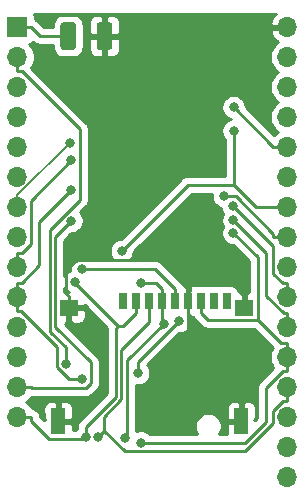
<source format=gbr>
%TF.GenerationSoftware,KiCad,Pcbnew,(5.1.10)-1*%
%TF.CreationDate,2021-07-24T14:48:27+02:00*%
%TF.ProjectId,esp32,65737033-322e-46b6-9963-61645f706362,rev?*%
%TF.SameCoordinates,Original*%
%TF.FileFunction,Copper,L2,Bot*%
%TF.FilePolarity,Positive*%
%FSLAX46Y46*%
G04 Gerber Fmt 4.6, Leading zero omitted, Abs format (unit mm)*
G04 Created by KiCad (PCBNEW (5.1.10)-1) date 2021-07-24 14:48:27*
%MOMM*%
%LPD*%
G01*
G04 APERTURE LIST*
%TA.AperFunction,SMDPad,CuDef*%
%ADD10R,1.600000X1.400000*%
%TD*%
%TA.AperFunction,SMDPad,CuDef*%
%ADD11R,1.200000X2.200000*%
%TD*%
%TA.AperFunction,SMDPad,CuDef*%
%ADD12R,0.700000X1.400000*%
%TD*%
%TA.AperFunction,ComponentPad*%
%ADD13R,1.700000X1.700000*%
%TD*%
%TA.AperFunction,ComponentPad*%
%ADD14O,1.700000X1.700000*%
%TD*%
%TA.AperFunction,ViaPad*%
%ADD15C,0.800000*%
%TD*%
%TA.AperFunction,Conductor*%
%ADD16C,0.200000*%
%TD*%
%TA.AperFunction,Conductor*%
%ADD17C,0.250000*%
%TD*%
%TA.AperFunction,Conductor*%
%ADD18C,0.254000*%
%TD*%
%TA.AperFunction,Conductor*%
%ADD19C,0.100000*%
%TD*%
G04 APERTURE END LIST*
D10*
%TO.P,J1,11*%
%TO.N,GND*%
X105565000Y-89822000D03*
D11*
X105315000Y-99422000D03*
X89815000Y-99422000D03*
D10*
X90715000Y-89822000D03*
D12*
%TO.P,J1,10*%
%TO.N,Net-(J1-Pad10)*%
X104115000Y-89222000D03*
%TO.P,J1,8*%
%TO.N,Net-(J1-Pad8)*%
X103015000Y-89222000D03*
%TO.P,J1,7*%
%TO.N,SD_DAT0*%
X101915000Y-89222000D03*
%TO.P,J1,6*%
%TO.N,GND*%
X100815000Y-89222000D03*
%TO.P,J1,5*%
%TO.N,SD_CLK*%
X99715000Y-89222000D03*
%TO.P,J1,4*%
%TO.N,+3V3*%
X98615000Y-89222000D03*
%TO.P,J1,3*%
%TO.N,SD_CMD*%
X97515000Y-89222000D03*
%TO.P,J1,2*%
%TO.N,SD_DAT3*%
X96415000Y-89222000D03*
%TO.P,J1,1*%
%TO.N,Net-(J1-Pad1)*%
X95315000Y-89222000D03*
%TD*%
D13*
%TO.P,J4,1*%
%TO.N,+3V3*%
X86360000Y-66040000D03*
D14*
%TO.P,J4,2*%
%TO.N,EN*%
X86360000Y-68580000D03*
%TO.P,J4,3*%
%TO.N,Net-(IC1-Pad4)*%
X86360000Y-71120000D03*
%TO.P,J4,4*%
%TO.N,Net-(IC1-Pad5)*%
X86360000Y-73660000D03*
%TO.P,J4,5*%
%TO.N,Net-(IC1-Pad6)*%
X86360000Y-76200000D03*
%TO.P,J4,6*%
%TO.N,Net-(IC1-Pad7)*%
X86360000Y-78740000D03*
%TO.P,J4,7*%
%TO.N,Net-(IC1-Pad8)*%
X86360000Y-81280000D03*
%TO.P,J4,8*%
%TO.N,Net-(IC1-Pad9)*%
X86360000Y-83820000D03*
%TO.P,J4,9*%
%TO.N,MCP_CS*%
X86360000Y-86360000D03*
%TO.P,J4,10*%
%TO.N,MCP_INT*%
X86360000Y-88900000D03*
%TO.P,J4,11*%
%TO.N,Net-(IC1-Pad12)*%
X86360000Y-91440000D03*
%TO.P,J4,12*%
%TO.N,SD_CLK*%
X86360000Y-93980000D03*
%TO.P,J4,13*%
%TO.N,Net-(IC1-Pad14)*%
X86360000Y-96520000D03*
%TO.P,J4,14*%
%TO.N,SD_DAT3*%
X86360000Y-99060000D03*
%TO.P,J4,15*%
%TO.N,CANH*%
X109220000Y-104140000D03*
%TO.P,J4,16*%
%TO.N,CANL*%
X109220000Y-101600000D03*
%TO.P,J4,17*%
%TO.N,Net-(J4-Pad17)*%
X109220000Y-99060000D03*
%TO.P,J4,18*%
%TO.N,SD_CMD*%
X109220000Y-96520000D03*
%TO.P,J4,19*%
%TO.N,SD_DAT0*%
X109220000Y-93980000D03*
%TO.P,J4,20*%
%TO.N,IO0*%
X109220000Y-91440000D03*
%TO.P,J4,21*%
%TO.N,Net-(IC1-Pad26)*%
X109220000Y-88900000D03*
%TO.P,J4,22*%
%TO.N,Net-(IC1-Pad29)*%
X109220000Y-86360000D03*
%TO.P,J4,23*%
%TO.N,MCP_CLK*%
X109220000Y-83820000D03*
%TO.P,J4,24*%
%TO.N,MCP_MISO*%
X109220000Y-81280000D03*
%TO.P,J4,25*%
%TO.N,Net-(IC1-Pad33)*%
X109220000Y-78740000D03*
%TO.P,J4,26*%
%TO.N,RXD*%
X109220000Y-76200000D03*
%TO.P,J4,27*%
%TO.N,TXD*%
X109220000Y-73660000D03*
%TO.P,J4,28*%
%TO.N,Net-(IC1-Pad36)*%
X109220000Y-71120000D03*
%TO.P,J4,29*%
%TO.N,MCP_MOSI*%
X109220000Y-68580000D03*
%TO.P,J4,30*%
%TO.N,GND*%
X109220000Y-66040000D03*
%TD*%
%TO.P,C1,1*%
%TO.N,+3V3*%
%TA.AperFunction,SMDPad,CuDef*%
G36*
G01*
X90002000Y-67727001D02*
X90002000Y-65876999D01*
G75*
G02*
X90251999Y-65627000I249999J0D01*
G01*
X91077001Y-65627000D01*
G75*
G02*
X91327000Y-65876999I0J-249999D01*
G01*
X91327000Y-67727001D01*
G75*
G02*
X91077001Y-67977000I-249999J0D01*
G01*
X90251999Y-67977000D01*
G75*
G02*
X90002000Y-67727001I0J249999D01*
G01*
G37*
%TD.AperFunction*%
%TO.P,C1,2*%
%TO.N,GND*%
%TA.AperFunction,SMDPad,CuDef*%
G36*
G01*
X93077000Y-67727001D02*
X93077000Y-65876999D01*
G75*
G02*
X93326999Y-65627000I249999J0D01*
G01*
X94152001Y-65627000D01*
G75*
G02*
X94402000Y-65876999I0J-249999D01*
G01*
X94402000Y-67727001D01*
G75*
G02*
X94152001Y-67977000I-249999J0D01*
G01*
X93326999Y-67977000D01*
G75*
G02*
X93077000Y-67727001I0J249999D01*
G01*
G37*
%TD.AperFunction*%
%TD*%
D15*
%TO.N,Net-(IC1-Pad8)*%
X90801700Y-75847100D03*
%TO.N,Net-(IC1-Pad14)*%
X90948300Y-82443100D03*
%TO.N,Net-(IC1-Pad26)*%
X104635100Y-81192000D03*
%TO.N,+3V3*%
X95467700Y-100847600D03*
X98750000Y-91182600D03*
X96840200Y-87709800D03*
%TO.N,GND*%
X103035400Y-95563200D03*
X91017700Y-83807900D03*
X95872500Y-71065000D03*
X97707500Y-71065000D03*
X95872500Y-72900000D03*
X97707500Y-72900000D03*
X97707500Y-74735000D03*
X95872500Y-74735000D03*
X94955000Y-71982500D03*
X94955000Y-73817500D03*
X96790000Y-71982500D03*
X96790000Y-73817500D03*
X98625000Y-71982500D03*
X98625000Y-73817500D03*
%TO.N,SD_CLK*%
X91839900Y-86518100D03*
%TO.N,SD_DAT0*%
X96830300Y-101229600D03*
X104664900Y-83479800D03*
%TO.N,SD_CMD*%
X93195500Y-100728800D03*
%TO.N,SD_DAT3*%
X91250400Y-87606200D03*
X92136000Y-100755900D03*
%TO.N,MCP_CS*%
X90936200Y-77322100D03*
%TO.N,MCP_INT*%
X91845800Y-95855800D03*
X90904400Y-79875100D03*
%TO.N,MCP_CLK*%
X103843500Y-80331100D03*
%TO.N,MCP_MISO*%
X95202400Y-84975800D03*
X104675300Y-74829800D03*
%TO.N,Net-(U1-Pad2)*%
X100048900Y-90935400D03*
X96581200Y-95344100D03*
%TO.N,EN*%
X90461900Y-94551200D03*
%TO.N,IO0*%
X104660100Y-82385900D03*
%TO.N,RXD*%
X104666500Y-72821800D03*
%TD*%
D16*
%TO.N,Net-(IC1-Pad8)*%
X86360000Y-80205000D02*
X86443800Y-80205000D01*
X86443800Y-80205000D02*
X90801700Y-75847100D01*
X86360000Y-81280000D02*
X86360000Y-80205000D01*
D17*
%TO.N,Net-(IC1-Pad14)*%
X90948300Y-82443100D02*
X89589700Y-83801700D01*
X89589700Y-83801700D02*
X89589700Y-91425700D01*
X89589700Y-91425700D02*
X92589700Y-94425700D01*
X92589700Y-94425700D02*
X92589700Y-96192400D01*
X92589700Y-96192400D02*
X92188300Y-96593800D01*
X92188300Y-96593800D02*
X87609100Y-96593800D01*
X87609100Y-96593800D02*
X87535300Y-96520000D01*
X86360000Y-96520000D02*
X87535300Y-96520000D01*
%TO.N,Net-(IC1-Pad26)*%
X109220000Y-88900000D02*
X109220000Y-87724700D01*
X104635100Y-81192000D02*
X108044700Y-84601600D01*
X108044700Y-84601600D02*
X108044700Y-86916800D01*
X108044700Y-86916800D02*
X108852600Y-87724700D01*
X108852600Y-87724700D02*
X109220000Y-87724700D01*
%TO.N,+3V3*%
X96840200Y-87709800D02*
X98128100Y-87709800D01*
X98128100Y-87709800D02*
X98615000Y-88196700D01*
X98750000Y-91182600D02*
X95667900Y-94264700D01*
X95667900Y-94264700D02*
X95667900Y-100647400D01*
X95667900Y-100647400D02*
X95467700Y-100847600D01*
X98615000Y-90247300D02*
X98615000Y-91047600D01*
X98615000Y-91047600D02*
X98750000Y-91182600D01*
X98615000Y-89222000D02*
X98615000Y-88196700D01*
X98615000Y-89622000D02*
X98615000Y-89222000D01*
X98615000Y-89622000D02*
X98615000Y-90247300D01*
X86360000Y-66040000D02*
X87535300Y-66040000D01*
X90664500Y-66802000D02*
X88297300Y-66802000D01*
X88297300Y-66802000D02*
X87535300Y-66040000D01*
%TO.N,GND*%
X98364400Y-85746100D02*
X100815000Y-88196700D01*
X91017700Y-83807900D02*
X91017700Y-85379700D01*
X91017700Y-85379700D02*
X91384100Y-85746100D01*
X91384100Y-85746100D02*
X90525100Y-86605100D01*
X90525100Y-86605100D02*
X90525100Y-88606800D01*
X90525100Y-88606800D02*
X90715000Y-88796700D01*
X90715000Y-89822000D02*
X90715000Y-88796700D01*
X89815000Y-99422000D02*
X89815000Y-97996700D01*
X90715000Y-89822000D02*
X90715000Y-90847300D01*
X90715000Y-90847300D02*
X93047900Y-93180200D01*
X92473100Y-68068400D02*
X92473100Y-82352500D01*
X92473100Y-82352500D02*
X91017700Y-83807900D01*
X105565000Y-89822000D02*
X105565000Y-88796700D01*
X100815000Y-89222000D02*
X100815000Y-88196700D01*
X104965000Y-88196700D02*
X105565000Y-88796700D01*
X93739500Y-66802000D02*
X107282700Y-66802000D01*
X107282700Y-66802000D02*
X108044700Y-66040000D01*
X103035400Y-95563200D02*
X103035400Y-95717100D01*
X105315000Y-99422000D02*
X105315000Y-97996700D01*
X109220000Y-66040000D02*
X108044700Y-66040000D01*
X91384100Y-85746100D02*
X98364400Y-85746100D01*
X100815000Y-93342800D02*
X100815000Y-89222000D01*
%TO.N,SD_CLK*%
X99715000Y-89222000D02*
X99715000Y-88196700D01*
X91839900Y-86518100D02*
X98036400Y-86518100D01*
X98036400Y-86518100D02*
X99715000Y-88196700D01*
%TO.N,SD_DAT0*%
X109220000Y-93980000D02*
X109220000Y-95155300D01*
X96830300Y-101229600D02*
X105667700Y-101229600D01*
X105667700Y-101229600D02*
X107427600Y-99469700D01*
X107427600Y-99469700D02*
X107427600Y-96580400D01*
X107427600Y-96580400D02*
X108852700Y-95155300D01*
X108852700Y-95155300D02*
X109220000Y-95155300D01*
X106719300Y-90848600D02*
X106719300Y-85534200D01*
X106719300Y-85534200D02*
X104664900Y-83479800D01*
X109220000Y-92804700D02*
X108675400Y-92804700D01*
X108675400Y-92804700D02*
X106719300Y-90848600D01*
X106719300Y-90848600D02*
X102516300Y-90848600D01*
X102516300Y-90848600D02*
X101915000Y-90247300D01*
X101915000Y-89222000D02*
X101915000Y-90247300D01*
X109220000Y-93980000D02*
X109220000Y-92804700D01*
%TO.N,SD_CMD*%
X93195500Y-100728800D02*
X93706200Y-100218100D01*
X93706200Y-100218100D02*
X95444600Y-101956600D01*
X95444600Y-101956600D02*
X105647100Y-101956600D01*
X105647100Y-101956600D02*
X108044700Y-99559000D01*
X108044700Y-99559000D02*
X108044700Y-98503200D01*
X108044700Y-98503200D02*
X108852600Y-97695300D01*
X108852600Y-97695300D02*
X109220000Y-97695300D01*
X97515000Y-89222000D02*
X97515000Y-91007800D01*
X97515000Y-91007800D02*
X95168800Y-93354000D01*
X95168800Y-93354000D02*
X95168800Y-97534800D01*
X95168800Y-97534800D02*
X93677800Y-99025800D01*
X93677800Y-99025800D02*
X93677800Y-100189800D01*
X93677800Y-100189800D02*
X93706200Y-100218100D01*
X109220000Y-96520000D02*
X109220000Y-97695300D01*
%TO.N,SD_DAT3*%
X94927600Y-91380900D02*
X94718500Y-91590000D01*
X94718500Y-91590000D02*
X94718500Y-97348100D01*
X94718500Y-97348100D02*
X92136000Y-99930600D01*
X92136000Y-99930600D02*
X92136000Y-100755900D01*
X94927600Y-91380900D02*
X91250400Y-87703700D01*
X91250400Y-87703700D02*
X91250400Y-87606200D01*
X96415000Y-90247300D02*
X95281400Y-91380900D01*
X95281400Y-91380900D02*
X94927600Y-91380900D01*
X87535300Y-99060000D02*
X87535300Y-99353800D01*
X87535300Y-99353800D02*
X89069600Y-100888100D01*
X89069600Y-100888100D02*
X92003800Y-100888100D01*
X92003800Y-100888100D02*
X92136000Y-100755900D01*
X96415000Y-89222000D02*
X96415000Y-90247300D01*
X86360000Y-99060000D02*
X87535300Y-99060000D01*
%TO.N,MCP_CS*%
X86360000Y-85184700D02*
X86727400Y-85184700D01*
X86727400Y-85184700D02*
X87535300Y-84376800D01*
X87535300Y-84376800D02*
X87535300Y-80723000D01*
X87535300Y-80723000D02*
X90936200Y-77322100D01*
X86360000Y-86360000D02*
X86360000Y-85184700D01*
%TO.N,MCP_INT*%
X86360000Y-90075300D02*
X86710100Y-90075300D01*
X86710100Y-90075300D02*
X89736600Y-93101800D01*
X89736600Y-93101800D02*
X89736600Y-94851600D01*
X89736600Y-94851600D02*
X90740800Y-95855800D01*
X90740800Y-95855800D02*
X91845800Y-95855800D01*
X90904400Y-79875100D02*
X88238800Y-82540700D01*
X88238800Y-82540700D02*
X88238800Y-86213200D01*
X88238800Y-86213200D02*
X86727300Y-87724700D01*
X86727300Y-87724700D02*
X86360000Y-87724700D01*
X86360000Y-88900000D02*
X86360000Y-90075300D01*
X86360000Y-88900000D02*
X86360000Y-87724700D01*
%TO.N,MCP_CLK*%
X109220000Y-83820000D02*
X108044700Y-83820000D01*
X103843500Y-80331100D02*
X104837200Y-80331100D01*
X104837200Y-80331100D02*
X108044700Y-83538600D01*
X108044700Y-83538600D02*
X108044700Y-83820000D01*
%TO.N,MCP_MISO*%
X108044700Y-81280000D02*
X106572200Y-81280000D01*
X106572200Y-81280000D02*
X104675300Y-79383100D01*
X104675300Y-79383100D02*
X100795100Y-79383100D01*
X100795100Y-79383100D02*
X95202400Y-84975800D01*
X104675300Y-79383100D02*
X104675300Y-74829800D01*
X109220000Y-81280000D02*
X108044700Y-81280000D01*
%TO.N,Net-(U1-Pad2)*%
X100048900Y-90935400D02*
X96581200Y-94403100D01*
X96581200Y-94403100D02*
X96581200Y-95344100D01*
%TO.N,EN*%
X86360000Y-69755300D02*
X86727300Y-69755300D01*
X86727300Y-69755300D02*
X91676000Y-74704000D01*
X91676000Y-74704000D02*
X91676000Y-80643100D01*
X91676000Y-80643100D02*
X89139300Y-83179800D01*
X89139300Y-83179800D02*
X89139300Y-91841800D01*
X89139300Y-91841800D02*
X90461900Y-93164400D01*
X90461900Y-93164400D02*
X90461900Y-94551200D01*
X86360000Y-68580000D02*
X86360000Y-69755300D01*
%TO.N,IO0*%
X109220000Y-90264700D02*
X108903500Y-90264700D01*
X108903500Y-90264700D02*
X107427400Y-88788600D01*
X107427400Y-88788600D02*
X107427400Y-85153200D01*
X107427400Y-85153200D02*
X104660100Y-82385900D01*
X109220000Y-91440000D02*
X109220000Y-90264700D01*
%TO.N,RXD*%
X108044700Y-76200000D02*
X104666500Y-72821800D01*
X109220000Y-76200000D02*
X108044700Y-76200000D01*
%TD*%
D18*
%TO.N,GND*%
X101100750Y-90557000D02*
X101165000Y-90560072D01*
X101217654Y-90554886D01*
X101280026Y-90671576D01*
X101341044Y-90745926D01*
X101375000Y-90787301D01*
X101403998Y-90811099D01*
X101952500Y-91359602D01*
X101976299Y-91388601D01*
X102005297Y-91412399D01*
X102092024Y-91483574D01*
X102224053Y-91554146D01*
X102367314Y-91597603D01*
X102516300Y-91612277D01*
X102553633Y-91608600D01*
X106404499Y-91608600D01*
X107971492Y-93175594D01*
X107904010Y-93276589D01*
X107792068Y-93546842D01*
X107735000Y-93833740D01*
X107735000Y-94126260D01*
X107792068Y-94413158D01*
X107904010Y-94683411D01*
X108042509Y-94890689D01*
X106916598Y-96016601D01*
X106887600Y-96040399D01*
X106863802Y-96069397D01*
X106863801Y-96069398D01*
X106792626Y-96156124D01*
X106722054Y-96288154D01*
X106696093Y-96373740D01*
X106678598Y-96431414D01*
X106670309Y-96515574D01*
X106663924Y-96580400D01*
X106667601Y-96617732D01*
X106667600Y-99154897D01*
X106527499Y-99294998D01*
X106391252Y-99294998D01*
X106550000Y-99136250D01*
X106553072Y-98322000D01*
X106540812Y-98197518D01*
X106504502Y-98077820D01*
X106445537Y-97967506D01*
X106366185Y-97870815D01*
X106269494Y-97791463D01*
X106159180Y-97732498D01*
X106039482Y-97696188D01*
X105915000Y-97683928D01*
X105600750Y-97687000D01*
X105442000Y-97845750D01*
X105442000Y-99295000D01*
X105462000Y-99295000D01*
X105462000Y-99549000D01*
X105442000Y-99549000D01*
X105442000Y-99569000D01*
X105188000Y-99569000D01*
X105188000Y-99549000D01*
X104238750Y-99549000D01*
X104080000Y-99707750D01*
X104077126Y-100469600D01*
X103447340Y-100469600D01*
X103520824Y-100359624D01*
X103606383Y-100153067D01*
X103650000Y-99933788D01*
X103650000Y-99710212D01*
X103606383Y-99490933D01*
X103520824Y-99284376D01*
X103396612Y-99098480D01*
X103238520Y-98940388D01*
X103052624Y-98816176D01*
X102846067Y-98730617D01*
X102626788Y-98687000D01*
X102403212Y-98687000D01*
X102183933Y-98730617D01*
X101977376Y-98816176D01*
X101791480Y-98940388D01*
X101633388Y-99098480D01*
X101509176Y-99284376D01*
X101423617Y-99490933D01*
X101380000Y-99710212D01*
X101380000Y-99933788D01*
X101423617Y-100153067D01*
X101509176Y-100359624D01*
X101582660Y-100469600D01*
X97534011Y-100469600D01*
X97490074Y-100425663D01*
X97320556Y-100312395D01*
X97132198Y-100234374D01*
X96932239Y-100194600D01*
X96728361Y-100194600D01*
X96528402Y-100234374D01*
X96427900Y-100276004D01*
X96427900Y-98322000D01*
X104076928Y-98322000D01*
X104080000Y-99136250D01*
X104238750Y-99295000D01*
X105188000Y-99295000D01*
X105188000Y-97845750D01*
X105029250Y-97687000D01*
X104715000Y-97683928D01*
X104590518Y-97696188D01*
X104470820Y-97732498D01*
X104360506Y-97791463D01*
X104263815Y-97870815D01*
X104184463Y-97967506D01*
X104125498Y-98077820D01*
X104089188Y-98197518D01*
X104076928Y-98322000D01*
X96427900Y-98322000D01*
X96427900Y-96368884D01*
X96479261Y-96379100D01*
X96683139Y-96379100D01*
X96883098Y-96339326D01*
X97071456Y-96261305D01*
X97240974Y-96148037D01*
X97385137Y-96003874D01*
X97498405Y-95834356D01*
X97576426Y-95645998D01*
X97616200Y-95446039D01*
X97616200Y-95242161D01*
X97576426Y-95042202D01*
X97498405Y-94853844D01*
X97385137Y-94684326D01*
X97379956Y-94679145D01*
X100088702Y-91970400D01*
X100150839Y-91970400D01*
X100350798Y-91930626D01*
X100539156Y-91852605D01*
X100708674Y-91739337D01*
X100852837Y-91595174D01*
X100966105Y-91425656D01*
X101044126Y-91237298D01*
X101083900Y-91037339D01*
X101083900Y-90833461D01*
X101044126Y-90633502D01*
X100966105Y-90445144D01*
X100942002Y-90409071D01*
X100942002Y-90398252D01*
X101100750Y-90557000D01*
%TA.AperFunction,Conductor*%
D19*
G36*
X101100750Y-90557000D02*
G01*
X101165000Y-90560072D01*
X101217654Y-90554886D01*
X101280026Y-90671576D01*
X101341044Y-90745926D01*
X101375000Y-90787301D01*
X101403998Y-90811099D01*
X101952500Y-91359602D01*
X101976299Y-91388601D01*
X102005297Y-91412399D01*
X102092024Y-91483574D01*
X102224053Y-91554146D01*
X102367314Y-91597603D01*
X102516300Y-91612277D01*
X102553633Y-91608600D01*
X106404499Y-91608600D01*
X107971492Y-93175594D01*
X107904010Y-93276589D01*
X107792068Y-93546842D01*
X107735000Y-93833740D01*
X107735000Y-94126260D01*
X107792068Y-94413158D01*
X107904010Y-94683411D01*
X108042509Y-94890689D01*
X106916598Y-96016601D01*
X106887600Y-96040399D01*
X106863802Y-96069397D01*
X106863801Y-96069398D01*
X106792626Y-96156124D01*
X106722054Y-96288154D01*
X106696093Y-96373740D01*
X106678598Y-96431414D01*
X106670309Y-96515574D01*
X106663924Y-96580400D01*
X106667601Y-96617732D01*
X106667600Y-99154897D01*
X106527499Y-99294998D01*
X106391252Y-99294998D01*
X106550000Y-99136250D01*
X106553072Y-98322000D01*
X106540812Y-98197518D01*
X106504502Y-98077820D01*
X106445537Y-97967506D01*
X106366185Y-97870815D01*
X106269494Y-97791463D01*
X106159180Y-97732498D01*
X106039482Y-97696188D01*
X105915000Y-97683928D01*
X105600750Y-97687000D01*
X105442000Y-97845750D01*
X105442000Y-99295000D01*
X105462000Y-99295000D01*
X105462000Y-99549000D01*
X105442000Y-99549000D01*
X105442000Y-99569000D01*
X105188000Y-99569000D01*
X105188000Y-99549000D01*
X104238750Y-99549000D01*
X104080000Y-99707750D01*
X104077126Y-100469600D01*
X103447340Y-100469600D01*
X103520824Y-100359624D01*
X103606383Y-100153067D01*
X103650000Y-99933788D01*
X103650000Y-99710212D01*
X103606383Y-99490933D01*
X103520824Y-99284376D01*
X103396612Y-99098480D01*
X103238520Y-98940388D01*
X103052624Y-98816176D01*
X102846067Y-98730617D01*
X102626788Y-98687000D01*
X102403212Y-98687000D01*
X102183933Y-98730617D01*
X101977376Y-98816176D01*
X101791480Y-98940388D01*
X101633388Y-99098480D01*
X101509176Y-99284376D01*
X101423617Y-99490933D01*
X101380000Y-99710212D01*
X101380000Y-99933788D01*
X101423617Y-100153067D01*
X101509176Y-100359624D01*
X101582660Y-100469600D01*
X97534011Y-100469600D01*
X97490074Y-100425663D01*
X97320556Y-100312395D01*
X97132198Y-100234374D01*
X96932239Y-100194600D01*
X96728361Y-100194600D01*
X96528402Y-100234374D01*
X96427900Y-100276004D01*
X96427900Y-98322000D01*
X104076928Y-98322000D01*
X104080000Y-99136250D01*
X104238750Y-99295000D01*
X105188000Y-99295000D01*
X105188000Y-97845750D01*
X105029250Y-97687000D01*
X104715000Y-97683928D01*
X104590518Y-97696188D01*
X104470820Y-97732498D01*
X104360506Y-97791463D01*
X104263815Y-97870815D01*
X104184463Y-97967506D01*
X104125498Y-98077820D01*
X104089188Y-98197518D01*
X104076928Y-98322000D01*
X96427900Y-98322000D01*
X96427900Y-96368884D01*
X96479261Y-96379100D01*
X96683139Y-96379100D01*
X96883098Y-96339326D01*
X97071456Y-96261305D01*
X97240974Y-96148037D01*
X97385137Y-96003874D01*
X97498405Y-95834356D01*
X97576426Y-95645998D01*
X97616200Y-95446039D01*
X97616200Y-95242161D01*
X97576426Y-95042202D01*
X97498405Y-94853844D01*
X97385137Y-94684326D01*
X97379956Y-94679145D01*
X100088702Y-91970400D01*
X100150839Y-91970400D01*
X100350798Y-91930626D01*
X100539156Y-91852605D01*
X100708674Y-91739337D01*
X100852837Y-91595174D01*
X100966105Y-91425656D01*
X101044126Y-91237298D01*
X101083900Y-91037339D01*
X101083900Y-90833461D01*
X101044126Y-90633502D01*
X100966105Y-90445144D01*
X100942002Y-90409071D01*
X100942002Y-90398252D01*
X101100750Y-90557000D01*
G37*
%TD.AperFunction*%
D18*
X93964424Y-91492525D02*
X93958500Y-91552668D01*
X93958500Y-91552678D01*
X93954824Y-91590000D01*
X93958500Y-91627323D01*
X93958501Y-97033297D01*
X91625003Y-99366796D01*
X91595999Y-99390599D01*
X91547188Y-99450076D01*
X91501026Y-99506324D01*
X91452915Y-99596333D01*
X91430454Y-99638354D01*
X91386997Y-99781615D01*
X91376000Y-99893268D01*
X91376000Y-99893278D01*
X91372324Y-99930600D01*
X91376000Y-99967922D01*
X91376000Y-100052189D01*
X91332063Y-100096126D01*
X91310699Y-100128100D01*
X91051586Y-100128100D01*
X91050000Y-99707750D01*
X90891250Y-99549000D01*
X89942000Y-99549000D01*
X89942000Y-99569000D01*
X89688000Y-99569000D01*
X89688000Y-99549000D01*
X89668000Y-99549000D01*
X89668000Y-99295000D01*
X89688000Y-99295000D01*
X89688000Y-97845750D01*
X89942000Y-97845750D01*
X89942000Y-99295000D01*
X90891250Y-99295000D01*
X91050000Y-99136250D01*
X91053072Y-98322000D01*
X91040812Y-98197518D01*
X91004502Y-98077820D01*
X90945537Y-97967506D01*
X90866185Y-97870815D01*
X90769494Y-97791463D01*
X90659180Y-97732498D01*
X90539482Y-97696188D01*
X90415000Y-97683928D01*
X90100750Y-97687000D01*
X89942000Y-97845750D01*
X89688000Y-97845750D01*
X89529250Y-97687000D01*
X89215000Y-97683928D01*
X89090518Y-97696188D01*
X88970820Y-97732498D01*
X88860506Y-97791463D01*
X88763815Y-97870815D01*
X88684463Y-97967506D01*
X88625498Y-98077820D01*
X88589188Y-98197518D01*
X88576928Y-98322000D01*
X88580000Y-99136250D01*
X88738748Y-99294998D01*
X88580000Y-99294998D01*
X88580000Y-99323699D01*
X88297084Y-99040783D01*
X88284303Y-98911014D01*
X88240846Y-98767753D01*
X88170274Y-98635724D01*
X88075301Y-98519999D01*
X87959576Y-98425026D01*
X87827547Y-98354454D01*
X87684286Y-98310997D01*
X87642796Y-98306911D01*
X87513475Y-98113368D01*
X87306632Y-97906525D01*
X87132240Y-97790000D01*
X87306632Y-97673475D01*
X87513475Y-97466632D01*
X87587812Y-97355379D01*
X87609100Y-97357476D01*
X87646423Y-97353800D01*
X92150978Y-97353800D01*
X92188300Y-97357476D01*
X92225622Y-97353800D01*
X92225633Y-97353800D01*
X92337286Y-97342803D01*
X92480547Y-97299346D01*
X92612576Y-97228774D01*
X92728301Y-97133801D01*
X92752104Y-97104797D01*
X93100697Y-96756204D01*
X93129701Y-96732401D01*
X93224674Y-96616676D01*
X93295246Y-96484647D01*
X93338703Y-96341386D01*
X93349700Y-96229733D01*
X93349700Y-96229724D01*
X93353376Y-96192401D01*
X93349700Y-96155078D01*
X93349700Y-94463025D01*
X93353376Y-94425700D01*
X93349700Y-94388375D01*
X93349700Y-94388367D01*
X93338703Y-94276714D01*
X93295246Y-94133453D01*
X93224674Y-94001424D01*
X93129701Y-93885699D01*
X93100704Y-93861902D01*
X90396000Y-91157199D01*
X90429250Y-91157000D01*
X90588000Y-90998250D01*
X90588000Y-89949000D01*
X90842000Y-89949000D01*
X90842000Y-90998250D01*
X91000750Y-91157000D01*
X91515000Y-91160072D01*
X91639482Y-91147812D01*
X91759180Y-91111502D01*
X91869494Y-91052537D01*
X91966185Y-90973185D01*
X92045537Y-90876494D01*
X92104502Y-90766180D01*
X92140812Y-90646482D01*
X92153072Y-90522000D01*
X92150000Y-90107750D01*
X91991250Y-89949000D01*
X90842000Y-89949000D01*
X90588000Y-89949000D01*
X90568000Y-89949000D01*
X90568000Y-89695000D01*
X90588000Y-89695000D01*
X90588000Y-89675000D01*
X90842000Y-89675000D01*
X90842000Y-89695000D01*
X91991250Y-89695000D01*
X92079074Y-89607176D01*
X93964424Y-91492525D01*
%TA.AperFunction,Conductor*%
D19*
G36*
X93964424Y-91492525D02*
G01*
X93958500Y-91552668D01*
X93958500Y-91552678D01*
X93954824Y-91590000D01*
X93958500Y-91627323D01*
X93958501Y-97033297D01*
X91625003Y-99366796D01*
X91595999Y-99390599D01*
X91547188Y-99450076D01*
X91501026Y-99506324D01*
X91452915Y-99596333D01*
X91430454Y-99638354D01*
X91386997Y-99781615D01*
X91376000Y-99893268D01*
X91376000Y-99893278D01*
X91372324Y-99930600D01*
X91376000Y-99967922D01*
X91376000Y-100052189D01*
X91332063Y-100096126D01*
X91310699Y-100128100D01*
X91051586Y-100128100D01*
X91050000Y-99707750D01*
X90891250Y-99549000D01*
X89942000Y-99549000D01*
X89942000Y-99569000D01*
X89688000Y-99569000D01*
X89688000Y-99549000D01*
X89668000Y-99549000D01*
X89668000Y-99295000D01*
X89688000Y-99295000D01*
X89688000Y-97845750D01*
X89942000Y-97845750D01*
X89942000Y-99295000D01*
X90891250Y-99295000D01*
X91050000Y-99136250D01*
X91053072Y-98322000D01*
X91040812Y-98197518D01*
X91004502Y-98077820D01*
X90945537Y-97967506D01*
X90866185Y-97870815D01*
X90769494Y-97791463D01*
X90659180Y-97732498D01*
X90539482Y-97696188D01*
X90415000Y-97683928D01*
X90100750Y-97687000D01*
X89942000Y-97845750D01*
X89688000Y-97845750D01*
X89529250Y-97687000D01*
X89215000Y-97683928D01*
X89090518Y-97696188D01*
X88970820Y-97732498D01*
X88860506Y-97791463D01*
X88763815Y-97870815D01*
X88684463Y-97967506D01*
X88625498Y-98077820D01*
X88589188Y-98197518D01*
X88576928Y-98322000D01*
X88580000Y-99136250D01*
X88738748Y-99294998D01*
X88580000Y-99294998D01*
X88580000Y-99323699D01*
X88297084Y-99040783D01*
X88284303Y-98911014D01*
X88240846Y-98767753D01*
X88170274Y-98635724D01*
X88075301Y-98519999D01*
X87959576Y-98425026D01*
X87827547Y-98354454D01*
X87684286Y-98310997D01*
X87642796Y-98306911D01*
X87513475Y-98113368D01*
X87306632Y-97906525D01*
X87132240Y-97790000D01*
X87306632Y-97673475D01*
X87513475Y-97466632D01*
X87587812Y-97355379D01*
X87609100Y-97357476D01*
X87646423Y-97353800D01*
X92150978Y-97353800D01*
X92188300Y-97357476D01*
X92225622Y-97353800D01*
X92225633Y-97353800D01*
X92337286Y-97342803D01*
X92480547Y-97299346D01*
X92612576Y-97228774D01*
X92728301Y-97133801D01*
X92752104Y-97104797D01*
X93100697Y-96756204D01*
X93129701Y-96732401D01*
X93224674Y-96616676D01*
X93295246Y-96484647D01*
X93338703Y-96341386D01*
X93349700Y-96229733D01*
X93349700Y-96229724D01*
X93353376Y-96192401D01*
X93349700Y-96155078D01*
X93349700Y-94463025D01*
X93353376Y-94425700D01*
X93349700Y-94388375D01*
X93349700Y-94388367D01*
X93338703Y-94276714D01*
X93295246Y-94133453D01*
X93224674Y-94001424D01*
X93129701Y-93885699D01*
X93100704Y-93861902D01*
X90396000Y-91157199D01*
X90429250Y-91157000D01*
X90588000Y-90998250D01*
X90588000Y-89949000D01*
X90842000Y-89949000D01*
X90842000Y-90998250D01*
X91000750Y-91157000D01*
X91515000Y-91160072D01*
X91639482Y-91147812D01*
X91759180Y-91111502D01*
X91869494Y-91052537D01*
X91966185Y-90973185D01*
X92045537Y-90876494D01*
X92104502Y-90766180D01*
X92140812Y-90646482D01*
X92153072Y-90522000D01*
X92150000Y-90107750D01*
X91991250Y-89949000D01*
X90842000Y-89949000D01*
X90588000Y-89949000D01*
X90568000Y-89949000D01*
X90568000Y-89695000D01*
X90588000Y-89695000D01*
X90588000Y-89675000D01*
X90842000Y-89675000D01*
X90842000Y-89695000D01*
X91991250Y-89695000D01*
X92079074Y-89607176D01*
X93964424Y-91492525D01*
G37*
%TD.AperFunction*%
D18*
X102808500Y-80229161D02*
X102808500Y-80433039D01*
X102848274Y-80632998D01*
X102926295Y-80821356D01*
X103039563Y-80990874D01*
X103183726Y-81135037D01*
X103353244Y-81248305D01*
X103541602Y-81326326D01*
X103609217Y-81339775D01*
X103639874Y-81493898D01*
X103717895Y-81682256D01*
X103801685Y-81807658D01*
X103742895Y-81895644D01*
X103664874Y-82084002D01*
X103625100Y-82283961D01*
X103625100Y-82487839D01*
X103664874Y-82687798D01*
X103742895Y-82876156D01*
X103783177Y-82936442D01*
X103747695Y-82989544D01*
X103669674Y-83177902D01*
X103629900Y-83377861D01*
X103629900Y-83581739D01*
X103669674Y-83781698D01*
X103747695Y-83970056D01*
X103860963Y-84139574D01*
X104005126Y-84283737D01*
X104174644Y-84397005D01*
X104363002Y-84475026D01*
X104562961Y-84514800D01*
X104625099Y-84514800D01*
X105959301Y-85849003D01*
X105959300Y-88486352D01*
X105850750Y-88487000D01*
X105692000Y-88645750D01*
X105692000Y-89695000D01*
X105712000Y-89695000D01*
X105712000Y-89949000D01*
X105692000Y-89949000D01*
X105692000Y-89969000D01*
X105438000Y-89969000D01*
X105438000Y-89949000D01*
X105418000Y-89949000D01*
X105418000Y-89695000D01*
X105438000Y-89695000D01*
X105438000Y-88645750D01*
X105279250Y-88487000D01*
X105099519Y-88485926D01*
X105090812Y-88397518D01*
X105054502Y-88277820D01*
X104995537Y-88167506D01*
X104916185Y-88070815D01*
X104819494Y-87991463D01*
X104709180Y-87932498D01*
X104589482Y-87896188D01*
X104465000Y-87883928D01*
X103765000Y-87883928D01*
X103640518Y-87896188D01*
X103565000Y-87919096D01*
X103489482Y-87896188D01*
X103365000Y-87883928D01*
X102665000Y-87883928D01*
X102540518Y-87896188D01*
X102465000Y-87919096D01*
X102389482Y-87896188D01*
X102265000Y-87883928D01*
X101565000Y-87883928D01*
X101440518Y-87896188D01*
X101365000Y-87919096D01*
X101289482Y-87896188D01*
X101165000Y-87883928D01*
X101100750Y-87887000D01*
X100942000Y-88045750D01*
X100942000Y-88388248D01*
X100939188Y-88397518D01*
X100926928Y-88522000D01*
X100926928Y-89369000D01*
X100703072Y-89369000D01*
X100703072Y-88522000D01*
X100690812Y-88397518D01*
X100688000Y-88388248D01*
X100688000Y-88045750D01*
X100529250Y-87887000D01*
X100465000Y-87883928D01*
X100412347Y-87889114D01*
X100409575Y-87883928D01*
X100349974Y-87772423D01*
X100278799Y-87685697D01*
X100255001Y-87656699D01*
X100226003Y-87632901D01*
X98600204Y-86007103D01*
X98576401Y-85978099D01*
X98460676Y-85883126D01*
X98328647Y-85812554D01*
X98185386Y-85769097D01*
X98073733Y-85758100D01*
X98073722Y-85758100D01*
X98036400Y-85754424D01*
X97999078Y-85758100D01*
X95883811Y-85758100D01*
X96006337Y-85635574D01*
X96119605Y-85466056D01*
X96197626Y-85277698D01*
X96237400Y-85077739D01*
X96237400Y-85015601D01*
X101109902Y-80143100D01*
X102825618Y-80143100D01*
X102808500Y-80229161D01*
%TA.AperFunction,Conductor*%
D19*
G36*
X102808500Y-80229161D02*
G01*
X102808500Y-80433039D01*
X102848274Y-80632998D01*
X102926295Y-80821356D01*
X103039563Y-80990874D01*
X103183726Y-81135037D01*
X103353244Y-81248305D01*
X103541602Y-81326326D01*
X103609217Y-81339775D01*
X103639874Y-81493898D01*
X103717895Y-81682256D01*
X103801685Y-81807658D01*
X103742895Y-81895644D01*
X103664874Y-82084002D01*
X103625100Y-82283961D01*
X103625100Y-82487839D01*
X103664874Y-82687798D01*
X103742895Y-82876156D01*
X103783177Y-82936442D01*
X103747695Y-82989544D01*
X103669674Y-83177902D01*
X103629900Y-83377861D01*
X103629900Y-83581739D01*
X103669674Y-83781698D01*
X103747695Y-83970056D01*
X103860963Y-84139574D01*
X104005126Y-84283737D01*
X104174644Y-84397005D01*
X104363002Y-84475026D01*
X104562961Y-84514800D01*
X104625099Y-84514800D01*
X105959301Y-85849003D01*
X105959300Y-88486352D01*
X105850750Y-88487000D01*
X105692000Y-88645750D01*
X105692000Y-89695000D01*
X105712000Y-89695000D01*
X105712000Y-89949000D01*
X105692000Y-89949000D01*
X105692000Y-89969000D01*
X105438000Y-89969000D01*
X105438000Y-89949000D01*
X105418000Y-89949000D01*
X105418000Y-89695000D01*
X105438000Y-89695000D01*
X105438000Y-88645750D01*
X105279250Y-88487000D01*
X105099519Y-88485926D01*
X105090812Y-88397518D01*
X105054502Y-88277820D01*
X104995537Y-88167506D01*
X104916185Y-88070815D01*
X104819494Y-87991463D01*
X104709180Y-87932498D01*
X104589482Y-87896188D01*
X104465000Y-87883928D01*
X103765000Y-87883928D01*
X103640518Y-87896188D01*
X103565000Y-87919096D01*
X103489482Y-87896188D01*
X103365000Y-87883928D01*
X102665000Y-87883928D01*
X102540518Y-87896188D01*
X102465000Y-87919096D01*
X102389482Y-87896188D01*
X102265000Y-87883928D01*
X101565000Y-87883928D01*
X101440518Y-87896188D01*
X101365000Y-87919096D01*
X101289482Y-87896188D01*
X101165000Y-87883928D01*
X101100750Y-87887000D01*
X100942000Y-88045750D01*
X100942000Y-88388248D01*
X100939188Y-88397518D01*
X100926928Y-88522000D01*
X100926928Y-89369000D01*
X100703072Y-89369000D01*
X100703072Y-88522000D01*
X100690812Y-88397518D01*
X100688000Y-88388248D01*
X100688000Y-88045750D01*
X100529250Y-87887000D01*
X100465000Y-87883928D01*
X100412347Y-87889114D01*
X100409575Y-87883928D01*
X100349974Y-87772423D01*
X100278799Y-87685697D01*
X100255001Y-87656699D01*
X100226003Y-87632901D01*
X98600204Y-86007103D01*
X98576401Y-85978099D01*
X98460676Y-85883126D01*
X98328647Y-85812554D01*
X98185386Y-85769097D01*
X98073733Y-85758100D01*
X98073722Y-85758100D01*
X98036400Y-85754424D01*
X97999078Y-85758100D01*
X95883811Y-85758100D01*
X96006337Y-85635574D01*
X96119605Y-85466056D01*
X96197626Y-85277698D01*
X96237400Y-85077739D01*
X96237400Y-85015601D01*
X101109902Y-80143100D01*
X102825618Y-80143100D01*
X102808500Y-80229161D01*
G37*
%TD.AperFunction*%
D18*
X90446463Y-88265974D02*
X90590626Y-88410137D01*
X90705660Y-88487000D01*
X90587998Y-88487000D01*
X90587998Y-88645748D01*
X90429250Y-88487000D01*
X90349700Y-88486525D01*
X90349700Y-88121158D01*
X90446463Y-88265974D01*
%TA.AperFunction,Conductor*%
D19*
G36*
X90446463Y-88265974D02*
G01*
X90590626Y-88410137D01*
X90705660Y-88487000D01*
X90587998Y-88487000D01*
X90587998Y-88645748D01*
X90429250Y-88487000D01*
X90349700Y-88486525D01*
X90349700Y-88121158D01*
X90446463Y-88265974D01*
G37*
%TD.AperFunction*%
D18*
X108122412Y-65039731D02*
X107948359Y-65273080D01*
X107823175Y-65535901D01*
X107778524Y-65683110D01*
X107899845Y-65913000D01*
X109093000Y-65913000D01*
X109093000Y-65893000D01*
X109347000Y-65893000D01*
X109347000Y-65913000D01*
X109367000Y-65913000D01*
X109367000Y-66167000D01*
X109347000Y-66167000D01*
X109347000Y-66187000D01*
X109093000Y-66187000D01*
X109093000Y-66167000D01*
X107899845Y-66167000D01*
X107778524Y-66396890D01*
X107823175Y-66544099D01*
X107948359Y-66806920D01*
X108122412Y-67040269D01*
X108338645Y-67235178D01*
X108455534Y-67304805D01*
X108273368Y-67426525D01*
X108066525Y-67633368D01*
X107904010Y-67876589D01*
X107792068Y-68146842D01*
X107735000Y-68433740D01*
X107735000Y-68726260D01*
X107792068Y-69013158D01*
X107904010Y-69283411D01*
X108066525Y-69526632D01*
X108273368Y-69733475D01*
X108447760Y-69850000D01*
X108273368Y-69966525D01*
X108066525Y-70173368D01*
X107904010Y-70416589D01*
X107792068Y-70686842D01*
X107735000Y-70973740D01*
X107735000Y-71266260D01*
X107792068Y-71553158D01*
X107904010Y-71823411D01*
X108066525Y-72066632D01*
X108273368Y-72273475D01*
X108447760Y-72390000D01*
X108273368Y-72506525D01*
X108066525Y-72713368D01*
X107904010Y-72956589D01*
X107792068Y-73226842D01*
X107735000Y-73513740D01*
X107735000Y-73806260D01*
X107792068Y-74093158D01*
X107904010Y-74363411D01*
X108066525Y-74606632D01*
X108273368Y-74813475D01*
X108447760Y-74930000D01*
X108273368Y-75046525D01*
X108119697Y-75200196D01*
X105701500Y-72781999D01*
X105701500Y-72719861D01*
X105661726Y-72519902D01*
X105583705Y-72331544D01*
X105470437Y-72162026D01*
X105326274Y-72017863D01*
X105156756Y-71904595D01*
X104968398Y-71826574D01*
X104768439Y-71786800D01*
X104564561Y-71786800D01*
X104364602Y-71826574D01*
X104176244Y-71904595D01*
X104006726Y-72017863D01*
X103862563Y-72162026D01*
X103749295Y-72331544D01*
X103671274Y-72519902D01*
X103631500Y-72719861D01*
X103631500Y-72923739D01*
X103671274Y-73123698D01*
X103749295Y-73312056D01*
X103862563Y-73481574D01*
X104006726Y-73625737D01*
X104176244Y-73739005D01*
X104364602Y-73817026D01*
X104413112Y-73826675D01*
X104373402Y-73834574D01*
X104185044Y-73912595D01*
X104015526Y-74025863D01*
X103871363Y-74170026D01*
X103758095Y-74339544D01*
X103680074Y-74527902D01*
X103640300Y-74727861D01*
X103640300Y-74931739D01*
X103680074Y-75131698D01*
X103758095Y-75320056D01*
X103871363Y-75489574D01*
X103915301Y-75533512D01*
X103915300Y-78623100D01*
X100832422Y-78623100D01*
X100795099Y-78619424D01*
X100757776Y-78623100D01*
X100757767Y-78623100D01*
X100646114Y-78634097D01*
X100502853Y-78677554D01*
X100370824Y-78748126D01*
X100255099Y-78843099D01*
X100231301Y-78872097D01*
X95162599Y-83940800D01*
X95100461Y-83940800D01*
X94900502Y-83980574D01*
X94712144Y-84058595D01*
X94542626Y-84171863D01*
X94398463Y-84316026D01*
X94285195Y-84485544D01*
X94207174Y-84673902D01*
X94167400Y-84873861D01*
X94167400Y-85077739D01*
X94207174Y-85277698D01*
X94285195Y-85466056D01*
X94398463Y-85635574D01*
X94520989Y-85758100D01*
X92543611Y-85758100D01*
X92499674Y-85714163D01*
X92330156Y-85600895D01*
X92141798Y-85522874D01*
X91941839Y-85483100D01*
X91737961Y-85483100D01*
X91538002Y-85522874D01*
X91349644Y-85600895D01*
X91180126Y-85714163D01*
X91035963Y-85858326D01*
X90922695Y-86027844D01*
X90844674Y-86216202D01*
X90804900Y-86416161D01*
X90804900Y-86620039D01*
X90814165Y-86666619D01*
X90760144Y-86688995D01*
X90590626Y-86802263D01*
X90446463Y-86946426D01*
X90349700Y-87091242D01*
X90349700Y-84116501D01*
X90988102Y-83478100D01*
X91050239Y-83478100D01*
X91250198Y-83438326D01*
X91438556Y-83360305D01*
X91608074Y-83247037D01*
X91752237Y-83102874D01*
X91865505Y-82933356D01*
X91943526Y-82744998D01*
X91983300Y-82545039D01*
X91983300Y-82341161D01*
X91943526Y-82141202D01*
X91865505Y-81952844D01*
X91752237Y-81783326D01*
X91681406Y-81712495D01*
X92187003Y-81206899D01*
X92216001Y-81183101D01*
X92310974Y-81067376D01*
X92381546Y-80935347D01*
X92425003Y-80792086D01*
X92436000Y-80680433D01*
X92439677Y-80643100D01*
X92436000Y-80605767D01*
X92436000Y-74741325D01*
X92439676Y-74704000D01*
X92436000Y-74666675D01*
X92436000Y-74666667D01*
X92425003Y-74555014D01*
X92381546Y-74411753D01*
X92310974Y-74279724D01*
X92216001Y-74163999D01*
X92187004Y-74140202D01*
X87537491Y-69490690D01*
X87675990Y-69283411D01*
X87787932Y-69013158D01*
X87845000Y-68726260D01*
X87845000Y-68433740D01*
X87787932Y-68146842D01*
X87675990Y-67876589D01*
X87513475Y-67633368D01*
X87381620Y-67501513D01*
X87454180Y-67479502D01*
X87564494Y-67420537D01*
X87661185Y-67341185D01*
X87706485Y-67285987D01*
X87733501Y-67313002D01*
X87757299Y-67342001D01*
X87873024Y-67436974D01*
X88005053Y-67507546D01*
X88148314Y-67551003D01*
X88259967Y-67562000D01*
X88259975Y-67562000D01*
X88297300Y-67565676D01*
X88334625Y-67562000D01*
X89363928Y-67562000D01*
X89363928Y-67727001D01*
X89380992Y-67900255D01*
X89431528Y-68066851D01*
X89513595Y-68220387D01*
X89624038Y-68354962D01*
X89758613Y-68465405D01*
X89912149Y-68547472D01*
X90078745Y-68598008D01*
X90251999Y-68615072D01*
X91077001Y-68615072D01*
X91250255Y-68598008D01*
X91416851Y-68547472D01*
X91570387Y-68465405D01*
X91704962Y-68354962D01*
X91815405Y-68220387D01*
X91897472Y-68066851D01*
X91924727Y-67977000D01*
X92438928Y-67977000D01*
X92451188Y-68101482D01*
X92487498Y-68221180D01*
X92546463Y-68331494D01*
X92625815Y-68428185D01*
X92722506Y-68507537D01*
X92832820Y-68566502D01*
X92952518Y-68602812D01*
X93077000Y-68615072D01*
X93453750Y-68612000D01*
X93612500Y-68453250D01*
X93612500Y-66929000D01*
X93866500Y-66929000D01*
X93866500Y-68453250D01*
X94025250Y-68612000D01*
X94402000Y-68615072D01*
X94526482Y-68602812D01*
X94646180Y-68566502D01*
X94756494Y-68507537D01*
X94853185Y-68428185D01*
X94932537Y-68331494D01*
X94991502Y-68221180D01*
X95027812Y-68101482D01*
X95040072Y-67977000D01*
X95037000Y-67087750D01*
X94878250Y-66929000D01*
X93866500Y-66929000D01*
X93612500Y-66929000D01*
X92600750Y-66929000D01*
X92442000Y-67087750D01*
X92438928Y-67977000D01*
X91924727Y-67977000D01*
X91948008Y-67900255D01*
X91965072Y-67727001D01*
X91965072Y-65876999D01*
X91948008Y-65703745D01*
X91924728Y-65627000D01*
X92438928Y-65627000D01*
X92442000Y-66516250D01*
X92600750Y-66675000D01*
X93612500Y-66675000D01*
X93612500Y-65150750D01*
X93866500Y-65150750D01*
X93866500Y-66675000D01*
X94878250Y-66675000D01*
X95037000Y-66516250D01*
X95040072Y-65627000D01*
X95027812Y-65502518D01*
X94991502Y-65382820D01*
X94932537Y-65272506D01*
X94853185Y-65175815D01*
X94756494Y-65096463D01*
X94646180Y-65037498D01*
X94526482Y-65001188D01*
X94402000Y-64988928D01*
X94025250Y-64992000D01*
X93866500Y-65150750D01*
X93612500Y-65150750D01*
X93453750Y-64992000D01*
X93077000Y-64988928D01*
X92952518Y-65001188D01*
X92832820Y-65037498D01*
X92722506Y-65096463D01*
X92625815Y-65175815D01*
X92546463Y-65272506D01*
X92487498Y-65382820D01*
X92451188Y-65502518D01*
X92438928Y-65627000D01*
X91924728Y-65627000D01*
X91897472Y-65537149D01*
X91815405Y-65383613D01*
X91704962Y-65249038D01*
X91570387Y-65138595D01*
X91416851Y-65056528D01*
X91250255Y-65005992D01*
X91077001Y-64988928D01*
X90251999Y-64988928D01*
X90078745Y-65005992D01*
X89912149Y-65056528D01*
X89758613Y-65138595D01*
X89624038Y-65249038D01*
X89513595Y-65383613D01*
X89431528Y-65537149D01*
X89380992Y-65703745D01*
X89363928Y-65876999D01*
X89363928Y-66042000D01*
X88612102Y-66042000D01*
X88099103Y-65529002D01*
X88075301Y-65499999D01*
X87959576Y-65405026D01*
X87848072Y-65345425D01*
X87848072Y-65190000D01*
X87835812Y-65065518D01*
X87799502Y-64945820D01*
X87786770Y-64922000D01*
X108253023Y-64922000D01*
X108122412Y-65039731D01*
%TA.AperFunction,Conductor*%
D19*
G36*
X108122412Y-65039731D02*
G01*
X107948359Y-65273080D01*
X107823175Y-65535901D01*
X107778524Y-65683110D01*
X107899845Y-65913000D01*
X109093000Y-65913000D01*
X109093000Y-65893000D01*
X109347000Y-65893000D01*
X109347000Y-65913000D01*
X109367000Y-65913000D01*
X109367000Y-66167000D01*
X109347000Y-66167000D01*
X109347000Y-66187000D01*
X109093000Y-66187000D01*
X109093000Y-66167000D01*
X107899845Y-66167000D01*
X107778524Y-66396890D01*
X107823175Y-66544099D01*
X107948359Y-66806920D01*
X108122412Y-67040269D01*
X108338645Y-67235178D01*
X108455534Y-67304805D01*
X108273368Y-67426525D01*
X108066525Y-67633368D01*
X107904010Y-67876589D01*
X107792068Y-68146842D01*
X107735000Y-68433740D01*
X107735000Y-68726260D01*
X107792068Y-69013158D01*
X107904010Y-69283411D01*
X108066525Y-69526632D01*
X108273368Y-69733475D01*
X108447760Y-69850000D01*
X108273368Y-69966525D01*
X108066525Y-70173368D01*
X107904010Y-70416589D01*
X107792068Y-70686842D01*
X107735000Y-70973740D01*
X107735000Y-71266260D01*
X107792068Y-71553158D01*
X107904010Y-71823411D01*
X108066525Y-72066632D01*
X108273368Y-72273475D01*
X108447760Y-72390000D01*
X108273368Y-72506525D01*
X108066525Y-72713368D01*
X107904010Y-72956589D01*
X107792068Y-73226842D01*
X107735000Y-73513740D01*
X107735000Y-73806260D01*
X107792068Y-74093158D01*
X107904010Y-74363411D01*
X108066525Y-74606632D01*
X108273368Y-74813475D01*
X108447760Y-74930000D01*
X108273368Y-75046525D01*
X108119697Y-75200196D01*
X105701500Y-72781999D01*
X105701500Y-72719861D01*
X105661726Y-72519902D01*
X105583705Y-72331544D01*
X105470437Y-72162026D01*
X105326274Y-72017863D01*
X105156756Y-71904595D01*
X104968398Y-71826574D01*
X104768439Y-71786800D01*
X104564561Y-71786800D01*
X104364602Y-71826574D01*
X104176244Y-71904595D01*
X104006726Y-72017863D01*
X103862563Y-72162026D01*
X103749295Y-72331544D01*
X103671274Y-72519902D01*
X103631500Y-72719861D01*
X103631500Y-72923739D01*
X103671274Y-73123698D01*
X103749295Y-73312056D01*
X103862563Y-73481574D01*
X104006726Y-73625737D01*
X104176244Y-73739005D01*
X104364602Y-73817026D01*
X104413112Y-73826675D01*
X104373402Y-73834574D01*
X104185044Y-73912595D01*
X104015526Y-74025863D01*
X103871363Y-74170026D01*
X103758095Y-74339544D01*
X103680074Y-74527902D01*
X103640300Y-74727861D01*
X103640300Y-74931739D01*
X103680074Y-75131698D01*
X103758095Y-75320056D01*
X103871363Y-75489574D01*
X103915301Y-75533512D01*
X103915300Y-78623100D01*
X100832422Y-78623100D01*
X100795099Y-78619424D01*
X100757776Y-78623100D01*
X100757767Y-78623100D01*
X100646114Y-78634097D01*
X100502853Y-78677554D01*
X100370824Y-78748126D01*
X100255099Y-78843099D01*
X100231301Y-78872097D01*
X95162599Y-83940800D01*
X95100461Y-83940800D01*
X94900502Y-83980574D01*
X94712144Y-84058595D01*
X94542626Y-84171863D01*
X94398463Y-84316026D01*
X94285195Y-84485544D01*
X94207174Y-84673902D01*
X94167400Y-84873861D01*
X94167400Y-85077739D01*
X94207174Y-85277698D01*
X94285195Y-85466056D01*
X94398463Y-85635574D01*
X94520989Y-85758100D01*
X92543611Y-85758100D01*
X92499674Y-85714163D01*
X92330156Y-85600895D01*
X92141798Y-85522874D01*
X91941839Y-85483100D01*
X91737961Y-85483100D01*
X91538002Y-85522874D01*
X91349644Y-85600895D01*
X91180126Y-85714163D01*
X91035963Y-85858326D01*
X90922695Y-86027844D01*
X90844674Y-86216202D01*
X90804900Y-86416161D01*
X90804900Y-86620039D01*
X90814165Y-86666619D01*
X90760144Y-86688995D01*
X90590626Y-86802263D01*
X90446463Y-86946426D01*
X90349700Y-87091242D01*
X90349700Y-84116501D01*
X90988102Y-83478100D01*
X91050239Y-83478100D01*
X91250198Y-83438326D01*
X91438556Y-83360305D01*
X91608074Y-83247037D01*
X91752237Y-83102874D01*
X91865505Y-82933356D01*
X91943526Y-82744998D01*
X91983300Y-82545039D01*
X91983300Y-82341161D01*
X91943526Y-82141202D01*
X91865505Y-81952844D01*
X91752237Y-81783326D01*
X91681406Y-81712495D01*
X92187003Y-81206899D01*
X92216001Y-81183101D01*
X92310974Y-81067376D01*
X92381546Y-80935347D01*
X92425003Y-80792086D01*
X92436000Y-80680433D01*
X92439677Y-80643100D01*
X92436000Y-80605767D01*
X92436000Y-74741325D01*
X92439676Y-74704000D01*
X92436000Y-74666675D01*
X92436000Y-74666667D01*
X92425003Y-74555014D01*
X92381546Y-74411753D01*
X92310974Y-74279724D01*
X92216001Y-74163999D01*
X92187004Y-74140202D01*
X87537491Y-69490690D01*
X87675990Y-69283411D01*
X87787932Y-69013158D01*
X87845000Y-68726260D01*
X87845000Y-68433740D01*
X87787932Y-68146842D01*
X87675990Y-67876589D01*
X87513475Y-67633368D01*
X87381620Y-67501513D01*
X87454180Y-67479502D01*
X87564494Y-67420537D01*
X87661185Y-67341185D01*
X87706485Y-67285987D01*
X87733501Y-67313002D01*
X87757299Y-67342001D01*
X87873024Y-67436974D01*
X88005053Y-67507546D01*
X88148314Y-67551003D01*
X88259967Y-67562000D01*
X88259975Y-67562000D01*
X88297300Y-67565676D01*
X88334625Y-67562000D01*
X89363928Y-67562000D01*
X89363928Y-67727001D01*
X89380992Y-67900255D01*
X89431528Y-68066851D01*
X89513595Y-68220387D01*
X89624038Y-68354962D01*
X89758613Y-68465405D01*
X89912149Y-68547472D01*
X90078745Y-68598008D01*
X90251999Y-68615072D01*
X91077001Y-68615072D01*
X91250255Y-68598008D01*
X91416851Y-68547472D01*
X91570387Y-68465405D01*
X91704962Y-68354962D01*
X91815405Y-68220387D01*
X91897472Y-68066851D01*
X91924727Y-67977000D01*
X92438928Y-67977000D01*
X92451188Y-68101482D01*
X92487498Y-68221180D01*
X92546463Y-68331494D01*
X92625815Y-68428185D01*
X92722506Y-68507537D01*
X92832820Y-68566502D01*
X92952518Y-68602812D01*
X93077000Y-68615072D01*
X93453750Y-68612000D01*
X93612500Y-68453250D01*
X93612500Y-66929000D01*
X93866500Y-66929000D01*
X93866500Y-68453250D01*
X94025250Y-68612000D01*
X94402000Y-68615072D01*
X94526482Y-68602812D01*
X94646180Y-68566502D01*
X94756494Y-68507537D01*
X94853185Y-68428185D01*
X94932537Y-68331494D01*
X94991502Y-68221180D01*
X95027812Y-68101482D01*
X95040072Y-67977000D01*
X95037000Y-67087750D01*
X94878250Y-66929000D01*
X93866500Y-66929000D01*
X93612500Y-66929000D01*
X92600750Y-66929000D01*
X92442000Y-67087750D01*
X92438928Y-67977000D01*
X91924727Y-67977000D01*
X91948008Y-67900255D01*
X91965072Y-67727001D01*
X91965072Y-65876999D01*
X91948008Y-65703745D01*
X91924728Y-65627000D01*
X92438928Y-65627000D01*
X92442000Y-66516250D01*
X92600750Y-66675000D01*
X93612500Y-66675000D01*
X93612500Y-65150750D01*
X93866500Y-65150750D01*
X93866500Y-66675000D01*
X94878250Y-66675000D01*
X95037000Y-66516250D01*
X95040072Y-65627000D01*
X95027812Y-65502518D01*
X94991502Y-65382820D01*
X94932537Y-65272506D01*
X94853185Y-65175815D01*
X94756494Y-65096463D01*
X94646180Y-65037498D01*
X94526482Y-65001188D01*
X94402000Y-64988928D01*
X94025250Y-64992000D01*
X93866500Y-65150750D01*
X93612500Y-65150750D01*
X93453750Y-64992000D01*
X93077000Y-64988928D01*
X92952518Y-65001188D01*
X92832820Y-65037498D01*
X92722506Y-65096463D01*
X92625815Y-65175815D01*
X92546463Y-65272506D01*
X92487498Y-65382820D01*
X92451188Y-65502518D01*
X92438928Y-65627000D01*
X91924728Y-65627000D01*
X91897472Y-65537149D01*
X91815405Y-65383613D01*
X91704962Y-65249038D01*
X91570387Y-65138595D01*
X91416851Y-65056528D01*
X91250255Y-65005992D01*
X91077001Y-64988928D01*
X90251999Y-64988928D01*
X90078745Y-65005992D01*
X89912149Y-65056528D01*
X89758613Y-65138595D01*
X89624038Y-65249038D01*
X89513595Y-65383613D01*
X89431528Y-65537149D01*
X89380992Y-65703745D01*
X89363928Y-65876999D01*
X89363928Y-66042000D01*
X88612102Y-66042000D01*
X88099103Y-65529002D01*
X88075301Y-65499999D01*
X87959576Y-65405026D01*
X87848072Y-65345425D01*
X87848072Y-65190000D01*
X87835812Y-65065518D01*
X87799502Y-64945820D01*
X87786770Y-64922000D01*
X108253023Y-64922000D01*
X108122412Y-65039731D01*
G37*
%TD.AperFunction*%
%TD*%
M02*

</source>
